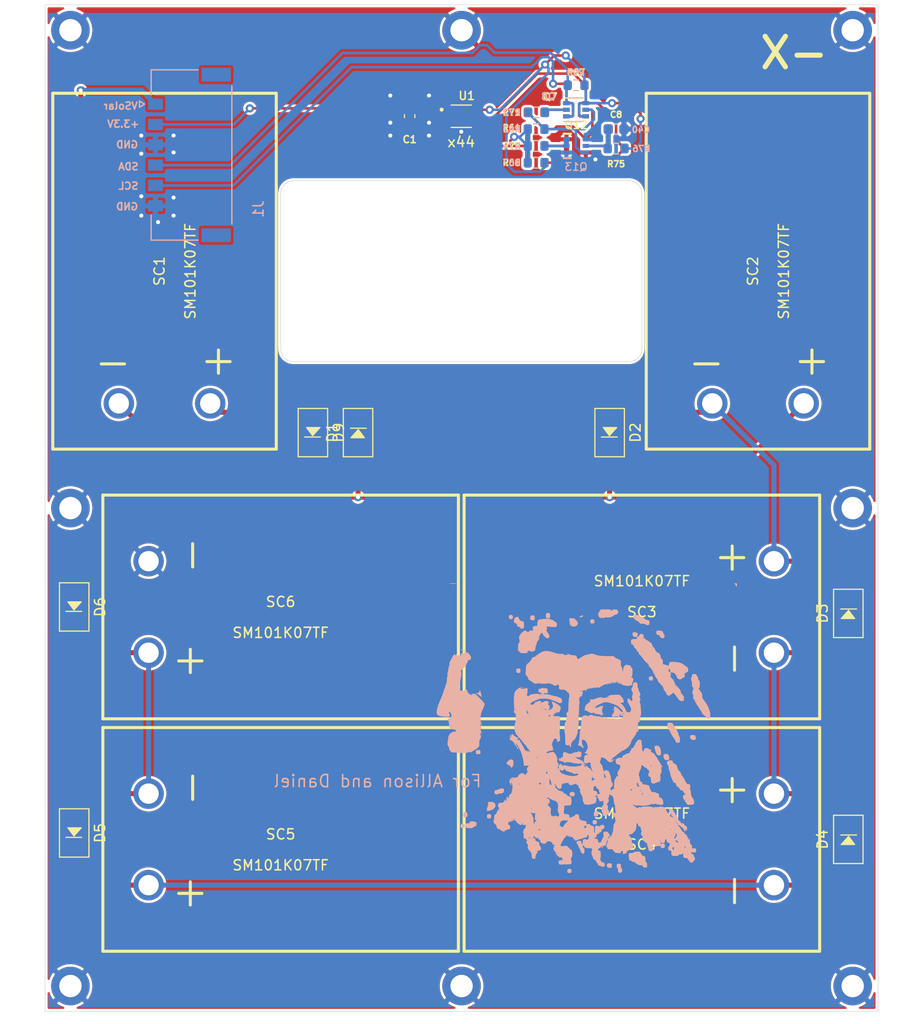
<source format=kicad_pcb>
(kicad_pcb (version 20211014) (generator pcbnew)
  (layers (0 "F.Cu" signal) (31 "B.Cu" signal) (34 "B.Paste" user) (35 "F.Paste" user) (36 "B.SilkS" user "B.Silkscreen") (37 "F.SilkS" user "F.Silkscreen") (38 "B.Mask" user) (39 "F.Mask" user) (44 "Edge.Cuts" user))
  (net 0 "")
  (net 1 "Net-(D1-Pad2)")
  (net 2 "Net-(D1-Pad1)")
  (net 3 "Net-(D2-Pad2)")
  (net 4 "Net-(D3-Pad2)")
  (net 5 "Net-(D4-Pad2)")
  (net 6 "Net-(D5-Pad2)")
  (net 7 "GND")
  (net 8 "+3V3")
  (net 9 "VSOLAR")
  (net 10 "SCL")
  (net 11 "SDA")
  (net 12 "Net-(C8-Pad1)")
  (net 13 "Net-(C40-Pad1)")
  (net 14 "SCL_SUN")
  (net 15 "Net-(Q7-Pad2)")
  (net 16 "Net-(Q12-Pad6)")
  (net 17 "SDA_SUN")
  (net 18 "Net-(Q8-Pad2)")
  (net 19 "Net-(Q13-Pad6)")
  (net 20 "Net-(Q12-Pad2)")
  (net 21 "Net-(Q13-Pad2)")
  (footprint "sputnik2U:DO-214AC" (layer "F.Cu") (at 140.97 85.725 -90)
    (fp_text reference "D1" (at 0 2.54 -90) (layer "F.SilkS"))
    (fp_text value "CDBA240LL-HF")
    (pad "1" smd rect locked (at -2 0 270) (size 2.5 1.7) (layers "F.Cu" "F.Paste" "F.Mask") (net 2 "Net-(D1-Pad1)"))
    (pad "2" smd rect locked (at 2 0 270) (size 2.5 1.7) (layers "F.Cu" "F.Paste" "F.Mask") (net 1 "Net-(D1-Pad2)"))
  )
  (footprint "sputnik2U:DO-214AC" (layer "F.Cu") (at 165.735 85.725 90)
    (fp_text reference "D2" (at 0 2.54 90) (layer "F.SilkS"))
    (fp_text value "CDBA240LL-HF")
    (pad "1" smd rect locked (at -2 0 90) (size 2.5 1.7) (layers "F.Cu" "F.Paste" "F.Mask") (net 1 "Net-(D1-Pad2)"))
    (pad "2" smd rect locked (at 2 0 90) (size 2.5 1.7) (layers "F.Cu" "F.Paste" "F.Mask") (net 3 "Net-(D2-Pad2)"))
  )
  (footprint "sputnik2U:DO-214AC" (layer "F.Cu") (at 189.23 103.505 -90)
    (fp_text reference "D3" (at 0 2.54 -90) (layer "F.SilkS"))
    (fp_text value "CDBA240LL-HF")
    (pad "1" smd rect locked (at -2 0 270) (size 2.5 1.7) (layers "F.Cu" "F.Paste" "F.Mask") (net 3 "Net-(D2-Pad2)"))
    (pad "2" smd rect locked (at 2 0 270) (size 2.5 1.7) (layers "F.Cu" "F.Paste" "F.Mask") (net 4 "Net-(D3-Pad2)"))
  )
  (footprint "sputnik2U:DO-214AC" (layer "F.Cu") (at 189.23 125.73 -90)
    (fp_text reference "D4" (at 0 2.54 -90) (layer "F.SilkS"))
    (fp_text value "CDBA240LL-HF")
    (pad "1" smd rect locked (at -2 0 270) (size 2.5 1.7) (layers "F.Cu" "F.Paste" "F.Mask") (net 4 "Net-(D3-Pad2)"))
    (pad "2" smd rect locked (at 2 0 270) (size 2.5 1.7) (layers "F.Cu" "F.Paste" "F.Mask") (net 5 "Net-(D4-Pad2)"))
  )
  (footprint "sputnik2U:DO-214AC" (layer "F.Cu") (at 113.03 125.095 90)
    (fp_text reference "D5" (at 0 2.54 90) (layer "F.SilkS"))
    (fp_text value "CDBA240LL-HF")
    (pad "1" smd rect locked (at -2 0 90) (size 2.5 1.7) (layers "F.Cu" "F.Paste" "F.Mask") (net 5 "Net-(D4-Pad2)"))
    (pad "2" smd rect locked (at 2 0 90) (size 2.5 1.7) (layers "F.Cu" "F.Paste" "F.Mask") (net 6 "Net-(D5-Pad2)"))
  )
  (footprint "sputnik2U:DO-214AC" (layer "F.Cu") (at 113.03 102.87 90)
    (fp_text reference "D6" (at 0 2.54 90) (layer "F.SilkS"))
    (fp_text value "CDBA240LL-HF")
    (pad "1" smd rect locked (at -2 0 90) (size 2.5 1.7) (layers "F.Cu" "F.Paste" "F.Mask") (net 6 "Net-(D5-Pad2)"))
    (pad "2" smd rect locked (at 2 0 90) (size 2.5 1.7) (layers "F.Cu" "F.Paste" "F.Mask") (net 7 "GND"))
  )
  (footprint "sputnik2U:DO-214AC" (layer "F.Cu") (at 136.525 85.725 90)
    (fp_text reference "D9" (at 0 2.54 90) (layer "F.SilkS"))
    (fp_text value "CDBA240LL-HF")
    (pad "1" smd rect locked (at -2 0 90) (size 2.5 1.7) (layers "F.Cu" "F.Paste" "F.Mask") (net 9 "VSOLAR"))
    (pad "2" smd rect locked (at 2 0 90) (size 2.5 1.7) (layers "F.Cu" "F.Paste" "F.Mask") (net 2 "Net-(D1-Pad1)"))
  )
  (footprint "sputnik2U:SM101K07TF" (layer "F.Cu") (at 121.92 69.85 -90)
    (fp_text reference "SC1" (at 0 0.5 -90) (layer "F.SilkS"))
    (fp_text value "SM101K07TF" (at 0 -2.54 -90) (layer "F.SilkS"))
    (fp_text user "-" (at 8.89 5.08) (layer "F.SilkS") (effects (font (size 3 3) (thickness 0.3))))
    (fp_text user "+" (at 8.89 -5.08 -90) (layer "F.SilkS") (effects (font (size 3 3) (thickness 0.3))))
    (pad "1" thru_hole circle locked (at 13 -4.5 270) (size 3 3) (drill 2) (layers *.Cu *.Mask) (net 2 "Net-(D1-Pad1)"))
    (pad "2" thru_hole circle locked (at 13 4.5 270) (size 3 3) (drill 2) (layers *.Cu *.Mask) (net 1 "Net-(D1-Pad2)"))
  )
  (footprint "sputnik2U:SM101K07TF" (layer "F.Cu") (at 180.34 69.85 -90)
    (fp_text reference "SC2" (at 0 0.5 -90) (layer "F.SilkS"))
    (fp_text value "SM101K07TF" (at 0 -2.54 -90) (layer "F.SilkS"))
    (fp_text user "-" (at 8.89 5.08) (layer "F.SilkS") (effects (font (size 3 3) (thickness 0.3))))
    (fp_text user "+" (at 8.89 -5.08 -90) (layer "F.SilkS") (effects (font (size 3 3) (thickness 0.3))))
    (pad "1" thru_hole circle locked (at 13 -4.5 270) (size 3 3) (drill 2) (layers *.Cu *.Mask) (net 1 "Net-(D1-Pad2)"))
    (pad "2" thru_hole circle locked (at 13 4.5 270) (size 3 3) (drill 2) (layers *.Cu *.Mask) (net 3 "Net-(D2-Pad2)"))
  )
  (footprint "sputnik2U:SM101K07TF" (layer "F.Cu") (at 168.91 102.87)
    (fp_text reference "SC3" (at 0 0.5) (layer "F.SilkS"))
    (fp_text value "SM101K07TF" (at 0 -2.54) (layer "F.SilkS"))
    (fp_text user "+" (at 8.89 -5.08) (layer "F.SilkS") (effects (font (size 3 3) (thickness 0.3))))
    (fp_text user "-" (at 8.89 5.08 90) (layer "F.SilkS") (effects (font (size 3 3) (thickness 0.3))))
    (pad "1" thru_hole circle locked (at 13 -4.5) (size 3 3) (drill 2) (layers *.Cu *.Mask) (net 3 "Net-(D2-Pad2)"))
    (pad "2" thru_hole circle locked (at 13 4.5) (size 3 3) (drill 2) (layers *.Cu *.Mask) (net 4 "Net-(D3-Pad2)"))
  )
  (footprint "sputnik2U:SM101K07TF" (layer "F.Cu") (at 168.91 125.73)
    (fp_text reference "SC4" (at 0 0.5) (layer "F.SilkS"))
    (fp_text value "SM101K07TF" (at 0 -2.54) (layer "F.SilkS"))
    (fp_text user "-" (at 8.89 5.08 90) (layer "F.SilkS") (effects (font (size 3 3) (thickness 0.3))))
    (fp_text user "+" (at 8.89 -5.08) (layer "F.SilkS") (effects (font (size 3 3) (thickness 0.3))))
    (pad "1" thru_hole circle locked (at 13 -4.5) (size 3 3) (drill 2) (layers *.Cu *.Mask) (net 4 "Net-(D3-Pad2)"))
    (pad "2" thru_hole circle locked (at 13 4.5) (size 3 3) (drill 2) (layers *.Cu *.Mask) (net 5 "Net-(D4-Pad2)"))
  )
  (footprint "sputnik2U:SM101K07TF" (layer "F.Cu") (at 133.35 125.73 180)
    (fp_text reference "SC5" (at 0 0.5 180) (layer "F.SilkS"))
    (fp_text value "SM101K07TF" (at 0 -2.54 180) (layer "F.SilkS"))
    (fp_text user "+" (at 8.89 -5.08 180) (layer "F.SilkS") (effects (font (size 3 3) (thickness 0.3))))
    (fp_text user "-" (at 8.89 5.08 270) (layer "F.SilkS") (effects (font (size 3 3) (thickness 0.3))))
    (pad "1" thru_hole circle locked (at 13 -4.5 180) (size 3 3) (drill 2) (layers *.Cu *.Mask) (net 5 "Net-(D4-Pad2)"))
    (pad "2" thru_hole circle locked (at 13 4.5 180) (size 3 3) (drill 2) (layers *.Cu *.Mask) (net 6 "Net-(D5-Pad2)"))
  )
  (footprint "sputnik2U:SM101K07TF" (layer "F.Cu") (at 133.35 102.87 180)
    (fp_text reference "SC6" (at 0 0.5 180) (layer "F.SilkS"))
    (fp_text value "SM101K07TF" (at 0 -2.54 180) (layer "F.SilkS"))
    (fp_text user "-" (at 8.89 5.08 270) (layer "F.SilkS") (effects (font (size 3 3) (thickness 0.3))))
    (fp_text user "+" (at 8.89 -5.08 180) (layer "F.SilkS") (effects (font (size 3 3) (thickness 0.3))))
    (pad "1" thru_hole circle locked (at 13 -4.5 180) (size 3 3) (drill 2) (layers *.Cu *.Mask) (net 6 "Net-(D5-Pad2)"))
    (pad "2" thru_hole circle locked (at 13 4.5 180) (size 3 3) (drill 2) (layers *.Cu *.Mask) (net 7 "GND"))
  )
  (footprint "Capacitor_SMD:C_0603_1608Metric" (layer "F.Cu") (at 146.05 54.61 -90)
    (fp_text reference "C1" (at 2.286 0 180) (layer "F.SilkS") (effects (font (size 0.7 0.7))))
    (fp_text value "100nF")
    (pad "1" smd roundrect locked (at -0.775 0 270) (size 0.9 0.95) (layers "F.Cu" "F.Paste" "F.Mask") (net 8 "+3V3"))
    (pad "2" smd roundrect locked (at 0.775 0 270) (size 0.9 0.95) (layers "F.Cu" "F.Paste" "F.Mask") (net 7 "GND"))
  )
  (footprint "sputnik2U:OPT3001" (layer "F.Cu") (at 151.13 54.61)
    (fp_text reference "U1" (at 0.54 -2.008) (layer "F.SilkS") (effects (font (size 0.8 0.8))))
    (fp_text value "OPT3001DNPT")
    (pad "1" smd rect locked (at -0.995 -0.65) (size 0.74 0.27) (layers "F.Cu" "F.Paste" "F.Mask") (net 8 "+3V3"))
    (pad "2" smd rect locked (at -0.995 0) (size 0.74 0.27) (layers "F.Cu" "F.Paste" "F.Mask") (net 7 "GND"))
    (pad "3" smd rect locked (at -0.995 0.65) (size 0.74 0.27) (layers "F.Cu" "F.Paste" "F.Mask") (net 7 "GND"))
    (pad "4" smd rect locked (at 0.995 0.65) (size 0.74 0.27) (layers "F.Cu" "F.Paste" "F.Mask") (net 14 "SCL_SUN"))
    (pad "5" smd rect locked (at 0.995 0) (size 0.74 0.27) (layers "F.Cu" "F.Paste" "F.Mask"))
    (pad "6" smd rect locked (at 0.995 -0.65) (size 0.74 0.27) (layers "F.Cu" "F.Paste" "F.Mask") (net 17 "SDA_SUN"))
    (pad "7" smd rect locked (at 0 0) (size 0.65 1.35) (layers "F.Cu" "F.Mask") (net 7 "GND"))
  )
  (footprint "MountingHole:MountingHole_2.2mm_M2_DIN965_Pad_TopBottom" (layer "F.Cu") (at 189.66 46.15)
    (fp_text reference "H1")
    (fp_text value "MountingHole_Pad")
    (pad "1" thru_hole circle locked (at 0 0) (size 2.6 2.6) (drill 2.2) (layers *.Cu *.Mask) (net 7 "GND"))
    (pad "1" connect circle locked (at 0 0) (size 3.8 3.8) (layers "F.Cu" "F.Mask") (net 7 "GND"))
    (pad "1" connect circle locked (at 0 0) (size 3.8 3.8) (layers "B.Cu" "B.Mask") (net 7 "GND"))
  )
  (footprint "MountingHole:MountingHole_2.2mm_M2_DIN965_Pad_TopBottom" (layer "F.Cu") (at 151.16 46.15)
    (fp_text reference "H2")
    (fp_text value "MountingHole_Pad")
    (pad "1" thru_hole circle locked (at 0 0) (size 2.6 2.6) (drill 2.2) (layers *.Cu *.Mask) (net 7 "GND"))
    (pad "1" connect circle locked (at 0 0) (size 3.8 3.8) (layers "B.Cu" "B.Mask") (net 7 "GND"))
    (pad "1" connect circle locked (at 0 0) (size 3.8 3.8) (layers "F.Cu" "F.Mask") (net 7 "GND"))
  )
  (footprint "MountingHole:MountingHole_2.2mm_M2_DIN965_Pad_TopBottom" (layer "F.Cu") (at 112.66 46.15)
    (fp_text reference "H3")
    (fp_text value "MountingHole_Pad")
    (pad "1" connect circle locked (at 0 0) (size 3.8 3.8) (layers "F.Cu" "F.Mask") (net 7 "GND"))
    (pad "1" connect circle locked (at 0 0) (size 3.8 3.8) (layers "B.Cu" "B.Mask") (net 7 "GND"))
    (pad "1" thru_hole circle locked (at 0 0) (size 2.6 2.6) (drill 2.2) (layers *.Cu *.Mask) (net 7 "GND"))
  )
  (footprint "MountingHole:MountingHole_2.2mm_M2_DIN965_Pad_TopBottom" (layer "F.Cu") (at 112.66 93.15)
    (fp_text reference "H4")
    (fp_text value "MountingHole_Pad")
    (pad "1" thru_hole circle locked (at 0 0) (size 2.6 2.6) (drill 2.2) (layers *.Cu *.Mask) (net 7 "GND"))
    (pad "1" connect circle locked (at 0 0) (size 3.8 3.8) (layers "B.Cu" "B.Mask") (net 7 "GND"))
    (pad "1" connect circle locked (at 0 0) (size 3.8 3.8) (layers "F.Cu" "F.Mask") (net 7 "GND"))
  )
  (footprint "MountingHole:MountingHole_2.2mm_M2_DIN965_Pad_TopBottom" (layer "F.Cu") (at 112.66 140.15)
    (fp_text reference "H5")
    (fp_text value "MountingHole_Pad")
    (pad "1" connect circle locked (at 0 0) (size 3.8 3.8) (layers "B.Cu" "B.Mask") (net 7 "GND"))
    (pad "1" thru_hole circle locked (at 0 0) (size 2.6 2.6) (drill 2.2) (layers *.Cu *.Mask) (net 7 "GND"))
    (pad "1" connect circle locked (at 0 0) (size 3.8 3.8) (layers "F.Cu" "F.Mask") (net 7 "GND"))
  )
  (footprint "MountingHole:MountingHole_2.2mm_M2_DIN965_Pad_TopBottom" (layer "F.Cu") (at 151.16 140.15)
    (fp_text reference "H6")
    (fp_text value "MountingHole_Pad")
    (pad "1" connect circle locked (at 0 0) (size 3.8 3.8) (layers "F.Cu" "F.Mask") (net 7 "GND"))
    (pad "1" connect circle locked (at 0 0) (size 3.8 3.8) (layers "B.Cu" "B.Mask") (net 7 "GND"))
    (pad "1" thru_hole circle locked (at 0 0) (size 2.6 2.6) (drill 2.2) (layers *.Cu *.Mask) (net 7 "GND"))
  )
  (footprint "MountingHole:MountingHole_2.2mm_M2_DIN965_Pad_TopBottom" (layer "F.Cu") (at 189.66 140.15)
    (fp_text reference "H7")
    (fp_text value "MountingHole_Pad")
    (pad "1" thru_hole circle locked (at 0 0) (size 2.6 2.6) (drill 2.2) (layers *.Cu *.Mask) (net 7 "GND"))
    (pad "1" connect circle locked (at 0 0) (size 3.8 3.8) (layers "F.Cu" "F.Mask") (net 7 "GND"))
    (pad "1" connect circle locked (at 0 0) (size 3.8 3.8) (layers "B.Cu" "B.Mask") (net 7 "GND"))
  )
  (footprint "MountingHole:MountingHole_2.2mm_M2_DIN965_Pad_TopBottom" (layer "F.Cu") (at 189.66 93.15)
    (fp_text reference "H8")
    (fp_text value "MountingHole_Pad")
    (pad "1" connect circle locked (at 0 0) (size 3.8 3.8) (layers "B.Cu" "B.Mask") (net 7 "GND"))
    (pad "1" connect circle locked (at 0 0) (size 3.8 3.8) (layers "F.Cu" "F.Mask") (net 7 "GND"))
    (pad "1" thru_hole circle locked (at 0 0) (size 2.6 2.6) (drill 2.2) (layers *.Cu *.Mask) (net 7 "GND"))
  )
  (footprint "Capacitor_SMD:C_0603_1608Metric" (layer "F.Cu") (at 166.37 55.88)
    (fp_text reference "C8" (at 0 -1.43) (layer "F.SilkS") (effects (font (size 0.6 0.6))))
    (fp_text value "10nF")
    (pad "1" smd roundrect locked (at -0.775 0) (size 0.9 0.95) (layers "F.Cu" "F.Paste" "F.Mask") (net 12 "Net-(C8-Pad1)"))
    (pad "2" smd roundrect locked (at 0.775 0) (size 0.9 0.95) (layers "F.Cu" "F.Paste" "F.Mask") (net 7 "GND"))
  )
  (footprint "Package_TO_SOT_SMD:SOT-363_SC-70-6" (layer "F.Cu") (at 162.433 53.975)
    (fp_text reference "Q7" (at -2.54 -1.27) (layer "F.SilkS") (effects (font (size 0.7 0.7))))
    (fp_text value "MBT2222ADW1T1")
    (pad "1" smd rect locked (at -0.95 -0.65) (size 0.65 0.4) (layers "F.Cu" "F.Paste" "F.Mask") (net 10 "SCL"))
    (pad "2" smd rect locked (at -0.95 0) (size 0.65 0.4) (layers "F.Cu" "F.Paste" "F.Mask") (net 15 "Net-(Q7-Pad2)"))
    (pad "3" smd rect locked (at -0.95 0.65) (size 0.65 0.4) (layers "F.Cu" "F.Paste" "F.Mask") (net 10 "SCL"))
    (pad "4" smd rect locked (at 0.95 0.65) (size 0.65 0.4) (layers "F.Cu" "F.Paste" "F.Mask") (net 14 "SCL_SUN"))
    (pad "5" smd rect locked (at 0.95 0) (size 0.65 0.4) (layers "F.Cu" "F.Paste" "F.Mask") (net 16 "Net-(Q12-Pad6)"))
    (pad "6" smd rect locked (at 0.95 -0.65) (size 0.65 0.4) (layers "F.Cu" "F.Paste" "F.Mask") (net 14 "SCL_SUN"))
  )
  (footprint "sputnik2U:BSS138DWQ-7" (layer "F.Cu") (at 162.433 57.531)
    (fp_text reference "Q12" (at 0 -2.06) (layer "F.SilkS") (effects (font (size 0.762 0.762) (thickness 0.127))))
    (fp_text value "BSS138DWQ-7" hide)
    (pad "1" smd rect locked (at -0.95 -0.65 90) (size 0.4 0.6) (layers "F.Cu" "F.Paste" "F.Mask") (net 7 "GND"))
    (pad "2" smd rect locked (at -0.95 0 90) (size 0.4 0.6) (layers "F.Cu" "F.Paste" "F.Mask") (net 20 "Net-(Q12-Pad2)"))
    (pad "3" smd rect locked (at -0.95 0.65 90) (size 0.4 0.6) (layers "F.Cu" "F.Paste" "F.Mask") (net 20 "Net-(Q12-Pad2)"))
    (pad "4" smd rect locked (at 0.95 0.65 90) (size 0.4 0.6) (layers "F.Cu" "F.Paste" "F.Mask") (net 7 "GND"))
    (pad "5" smd rect locked (at 0.95 0 90) (size 0.4 0.6) (layers "F.Cu" "F.Paste" "F.Mask") (net 12 "Net-(C8-Pad1)"))
    (pad "6" smd rect locked (at 0.95 -0.65 90) (size 0.4 0.6) (layers "F.Cu" "F.Paste" "F.Mask") (net 16 "Net-(Q12-Pad6)"))
  )
  (footprint "Resistor_SMD:R_0603_1608Metric" (layer "F.Cu") (at 158.496 55.88)
    (fp_text reference "R61" (at -2.413 -0.127) (layer "F.SilkS") (effects (font (size 0.6 0.6))))
    (fp_text value "10K")
    (pad "1" smd roundrect locked (at -0.825 0) (size 0.8 0.95) (layers "F.Cu" "F.Paste" "F.Mask") (net 8 "+3V3"))
    (pad "2" smd roundrect locked (at 0.825 0) (size 0.8 0.95) (layers "F.Cu" "F.Paste" "F.Mask") (net 16 "Net-(Q12-Pad6)"))
  )
  (footprint "Resistor_SMD:R_0603_1608Metric" (layer "F.Cu") (at 158.496 59.182)
    (fp_text reference "R66" (at -2.413 0) (layer "F.SilkS") (effects (font (size 0.6 0.6))))
    (fp_text value "10K")
    (pad "1" smd roundrect locked (at -0.825 0) (size 0.8 0.95) (layers "F.Cu" "F.Paste" "F.Mask") (net 8 "+3V3"))
    (pad "2" smd roundrect locked (at 0.825 0) (size 0.8 0.95) (layers "F.Cu" "F.Paste" "F.Mask") (net 14 "SCL_SUN"))
  )
  (footprint "Resistor_SMD:R_0603_1608Metric" (layer "F.Cu") (at 158.496 54.229 180)
    (fp_text reference "R71" (at 2.413 0) (layer "F.SilkS") (effects (font (size 0.6 0.6))))
    (fp_text value "680")
    (pad "1" smd roundrect locked (at -0.825 0 180) (size 0.8 0.95) (layers "F.Cu" "F.Paste" "F.Mask") (net 15 "Net-(Q7-Pad2)"))
    (pad "2" smd roundrect locked (at 0.825 0 180) (size 0.8 0.95) (layers "F.Cu" "F.Paste" "F.Mask") (net 16 "Net-(Q12-Pad6)"))
  )
  (footprint "Resistor_SMD:R_0603_1608Metric" (layer "F.Cu") (at 158.496 57.531)
    (fp_text reference "R73" (at -2.413 0) (layer "F.SilkS") (effects (font (size 0.6 0.6))))
    (fp_text value "100K")
    (pad "1" smd roundrect locked (at -0.825 0) (size 0.8 0.95) (layers "F.Cu" "F.Paste" "F.Mask") (net 8 "+3V3"))
    (pad "2" smd roundrect locked (at 0.825 0) (size 0.8 0.95) (layers "F.Cu" "F.Paste" "F.Mask") (net 20 "Net-(Q12-Pad2)"))
  )
  (footprint "Resistor_SMD:R_0603_1608Metric" (layer "F.Cu") (at 166.37 57.785 180)
    (fp_text reference "R75" (at 0 -1.524) (layer "F.SilkS") (effects (font (size 0.6 0.6))))
    (fp_text value "200K")
    (pad "1" smd roundrect locked (at -0.825 0 180) (size 0.8 0.95) (layers "F.Cu" "F.Paste" "F.Mask") (net 14 "SCL_SUN"))
    (pad "2" smd roundrect locked (at 0.825 0 180) (size 0.8 0.95) (layers "F.Cu" "F.Paste" "F.Mask") (net 12 "Net-(C8-Pad1)"))
  )
  (footprint "Resistor_SMD:R_0603_1608Metric" (layer "F.Cu") (at 162.433 51.562 180)
    (fp_text reference "R97" (at 0 1.27) (layer "F.SilkS") (effects (font (size 0.6 0.6))))
    (fp_text value "0")
    (pad "1" smd roundrect locked (at -0.825 0 180) (size 0.8 0.95) (layers "F.Cu" "F.Paste" "F.Mask") (net 14 "SCL_SUN"))
    (pad "2" smd roundrect locked (at 0.825 0 180) (size 0.8 0.95) (layers "F.Cu" "F.Paste" "F.Mask") (net 10 "SCL"))
  )
  (footprint "sputnik2U:MOLEX_2053380006" (layer "B.Cu") (at 124.575 58.42 90)
    (fp_text reference "J1" (at -5.325 6.585 270) (layer "B.SilkS") (effects (justify mirror)))
    (fp_text value "Conn_01x06")
    (pad "1" smd rect locked (at 5 -3.55 90) (size 1.1 1.45) (layers "B.Cu" "B.Paste") (net 9 "VSOLAR"))
    (pad "2" smd rect locked (at 3 -3.55 90) (size 1.1 1.45) (layers "B.Cu" "B.Paste") (net 8 "+3V3"))
    (pad "3" smd rect locked (at 1 -3.55 90) (size 1.1 1.45) (layers "B.Cu" "B.Paste") (net 7 "GND"))
    (pad "4" smd rect locked (at -1 -3.55 90) (size 1.1 1.45) (layers "B.Cu" "B.Paste") (net 11 "SDA"))
    (pad "5" smd rect locked (at -3 -3.55 90) (size 1.1 1.45) (layers "B.Cu" "B.Paste") (net 10 "SCL"))
    (pad "6" smd rect locked (at -5 -3.55 90) (size 1.1 1.45) (layers "B.Cu" "B.Paste") (net 7 "GND"))
    (pad "S1" smd rect locked (at 7.895 2.425 90) (size 1.35 2.9) (layers "B.Cu" "B.Paste"))
    (pad "S2" smd rect locked (at -7.895 2.425 90) (size 1.35 2.9) (layers "B.Cu" "B.Paste"))
  )
  (footprint "Capacitor_SMD:C_0603_1608Metric" (layer "B.Cu") (at 166.37 55.88)
    (fp_text reference "C40" (at 2.4384 0.0508) (layer "B.SilkS") (effects (font (size 0.6 0.6)) (justify mirror)))
    (fp_text value "10nF")
    (pad "1" smd roundrect locked (at -0.775 0) (size 0.9 0.95) (layers "B.Cu" "B.Paste" "B.Mask") (net 13 "Net-(C40-Pad1)"))
    (pad "2" smd roundrect locked (at 0.775 0) (size 0.9 0.95) (layers "B.Cu" "B.Paste" "B.Mask") (net 7 "GND"))
  )
  (footprint "Package_TO_SOT_SMD:SOT-363_SC-70-6" (layer "B.Cu") (at 162.433 53.975)
    (fp_text reference "Q8" (at -2.7178 -1.2954) (layer "B.SilkS") (effects (font (size 0.7 0.7)) (justify mirror)))
    (fp_text value "MBT2222ADW1T1")
    (pad "1" smd rect locked (at -0.95 0.65) (size 0.65 0.4) (layers "B.Cu" "B.Paste" "B.Mask") (net 11 "SDA"))
    (pad "2" smd rect locked (at -0.95 0) (size 0.65 0.4) (layers "B.Cu" "B.Paste" "B.Mask") (net 18 "Net-(Q8-Pad2)"))
    (pad "3" smd rect locked (at -0.95 -0.65) (size 0.65 0.4) (layers "B.Cu" "B.Paste" "B.Mask") (net 11 "SDA"))
    (pad "4" smd rect locked (at 0.95 -0.65) (size 0.65 0.4) (layers "B.Cu" "B.Paste" "B.Mask") (net 17 "SDA_SUN"))
    (pad "5" smd rect locked (at 0.95 0) (size 0.65 0.4) (layers "B.Cu" "B.Paste" "B.Mask") (net 19 "Net-(Q13-Pad6)"))
    (pad "6" smd rect locked (at 0.95 0.65) (size 0.65 0.4) (layers "B.Cu" "B.Paste" "B.Mask") (net 17 "SDA_SUN"))
  )
  (footprint "sputnik2U:BSS138DWQ-7" (layer "B.Cu") (at 162.433 57.531)
    (fp_text reference "Q13" (at 0 2.06 180) (layer "B.SilkS") (effects (font (size 0.762 0.762) (thickness 0.127)) (justify mirror)))
    (fp_text value "BSS138DWQ-7" hide)
    (pad "1" smd rect locked (at -0.95 0.65 270) (size 0.4 0.6) (layers "B.Cu" "B.Paste" "B.Mask") (net 7 "GND"))
    (pad "2" smd rect locked (at -0.95 0 270) (size 0.4 0.6) (layers "B.Cu" "B.Paste" "B.Mask") (net 21 "Net-(Q13-Pad2)"))
    (pad "3" smd rect locked (at -0.95 -0.65 270) (size 0.4 0.6) (layers "B.Cu" "B.Paste" "B.Mask") (net 21 "Net-(Q13-Pad2)"))
    (pad "4" smd rect locked (at 0.95 -0.65 270) (size 0.4 0.6) (layers "B.Cu" "B.Paste" "B.Mask") (net 7 "GND"))
    (pad "5" smd rect locked (at 0.95 0 270) (size 0.4 0.6) (layers "B.Cu" "B.Paste" "B.Mask") (net 13 "Net-(C40-Pad1)"))
    (pad "6" smd rect locked (at 0.95 0.65 270) (size 0.4 0.6) (layers "B.Cu" "B.Paste" "B.Mask") (net 19 "Net-(Q13-Pad6)"))
  )
  (footprint "Resistor_SMD:R_0603_1608Metric" (layer "B.Cu") (at 158.496 55.88)
    (fp_text reference "R62" (at -2.3876 0) (layer "B.SilkS") (effects (font (size 0.6 0.6)) (justify mirror)))
    (fp_text value "10K")
    (pad "1" smd roundrect locked (at -0.825 0) (size 0.8 0.95) (layers "B.Cu" "B.Paste" "B.Mask") (net 8 "+3V3"))
    (pad "2" smd roundrect locked (at 0.825 0) (size 0.8 0.95) (layers "B.Cu" "B.Paste" "B.Mask") (net 19 "Net-(Q13-Pad6)"))
  )
  (footprint "Resistor_SMD:R_0603_1608Metric" (layer "B.Cu") (at 158.496 59.182)
    (fp_text reference "R67" (at -2.3876 0) (layer "B.SilkS") (effects (font (size 0.6 0.6)) (justify mirror)))
    (fp_text value "10K")
    (pad "1" smd roundrect locked (at -0.825 0) (size 0.8 0.95) (layers "B.Cu" "B.Paste" "B.Mask") (net 8 "+3V3"))
    (pad "2" smd roundrect locked (at 0.825 0) (size 0.8 0.95) (layers "B.Cu" "B.Paste" "B.Mask") (net 17 "SDA_SUN"))
  )
  (footprint "Resistor_SMD:R_0603_1608Metric" (layer "B.Cu") (at 158.559 54.229 180)
    (fp_text reference "R72" (at 2.4506 -0.0254) (layer "B.SilkS") (effects (font (size 0.6 0.6)) (justify mirror)))
    (fp_text value "680")
    (pad "1" smd roundrect locked (at -0.825 0 180) (size 0.8 0.95) (layers "B.Cu" "B.Paste" "B.Mask") (net 18 "Net-(Q8-Pad2)"))
    (pad "2" smd roundrect locked (at 0.825 0 180) (size 0.8 0.95) (layers "B.Cu" "B.Paste" "B.Mask") (net 19 "Net-(Q13-Pad6)"))
  )
  (footprint "Resistor_SMD:R_0603_1608Metric" (layer "B.Cu") (at 158.496 57.531)
    (fp_text reference "R74" (at -2.3876 0.0762) (layer "B.SilkS") (effects (font (size 0.6 0.6)) (justify mirror)))
    (fp_text value "100K")
    (pad "1" smd roundrect locked (at -0.825 0) (size 0.8 0.95) (layers "B.Cu" "B.Paste" "B.Mask") (net 8 "+3V3"))
    (pad "2" smd roundrect locked (at 0.825 0) (size 0.8 0.95) (layers "B.Cu" "B.Paste" "B.Mask") (net 21 "Net-(Q13-Pad2)"))
  )
  (footprint "Resistor_SMD:R_0603_1608Metric" (layer "B.Cu") (at 166.37 57.785 180)
    (fp_text reference "R76" (at -2.4892 -0.0254) (layer "B.SilkS") (effects (font (size 0.6 0.6)) (justify mirror)))
    (fp_text value "200K")
    (pad "1" smd roundrect locked (at -0.825 0 180) (size 0.8 0.95) (layers "B.Cu" "B.Paste" "B.Mask") (net 17 "SDA_SUN"))
    (pad "2" smd roundrect locked (at 0.825 0 180) (size 0.8 0.95) (layers "B.Cu" "B.Paste" "B.Mask") (net 13 "Net-(C40-Pad1)"))
  )
  (footprint "Resistor_SMD:R_0603_1608Metric" (layer "B.Cu") (at 162.433 51.562 180)
    (fp_text reference "R98" (at 0.0254 1.2192) (layer "B.SilkS") (effects (font (size 0.6 0.6)) (justify mirror)))
    (fp_text value "0")
    (pad "1" smd roundrect locked (at -0.825 0 180) (size 0.8 0.95) (layers "B.Cu" "B.Paste" "B.Mask") (net 17 "SDA_SUN"))
    (pad "2" smd roundrect locked (at 0.825 0 180) (size 0.8 0.95) (layers "B.Cu" "B.Paste" "B.Mask") (net 11 "SDA"))
  )
  (footprint "LOGO" (layer "B.Cu") (at 153.26265 117.127423 180)
    (fp_text reference "G***" hide)
    (fp_text value "LOGO" hide)
  )
  (gr_line (start 192.16 43.65) (end 110.16 43.65) (layer "Edge.Cuts") (width 0.05))
  (gr_line (start 133.35 77.47) (end 133.35 62.23) (layer "Edge.Cuts") (width 0.05))
  (gr_arc (start 167.64 60.96) (mid 168.538026 61.331974) (end 168.91 62.23) (layer "Edge.Cuts") (width 0.05))
  (gr_line (start 167.64 78.74) (end 134.62 78.74) (layer "Edge.Cuts") (width 0.05))
  (gr_arc (start 168.91 77.47) (mid 168.538026 78.368026) (end 167.64 78.74) (layer "Edge.Cuts") (width 0.05))
  (gr_line (start 168.91 62.23) (end 168.91 77.47) (layer "Edge.Cuts") (width 0.05))
  (gr_line (start 134.62 60.96) (end 167.64 60.96) (layer "Edge.Cuts") (width 0.05))
  (gr_line (start 192.16 43.65) (end 192.16 142.65) (layer "Edge.Cuts") (width 0.05))
  (gr_arc (start 134.62 78.74) (mid 133.721974 78.368026) (end 133.35 77.47) (layer "Edge.Cuts") (width 0.05))
  (gr_line (start 110.16 43.65) (end 110.16 142.65) (layer "Edge.Cuts") (width 0.05))
  (gr_arc (start 133.35 62.23) (mid 133.721974 61.331974) (end 134.62 60.96) (layer "Edge.Cuts") (width 0.05))
  (gr_line (start 110.16 142.65) (end 192.16 142.65) (layer "Edge.Cuts") (width 0.05))
  (gr_text "GND" (at 118.237 57.404) (layer "B.SilkS") (effects (font (size 0.7 0.7)) (justify mirror)))
  (gr_text "SDA" (at 118.364 59.563) (layer "B.SilkS") (effects (font (size 0.7 0.7)) (justify mirror)))
  (gr_text "For Allison and Daniel" (at 142.88 120) (layer "B.SilkS") (effects (font (size 1.2 1.2)) (justify mirror)))
  (gr_text "VSolar" (at 117.602 53.594) (layer "B.SilkS") (effects (font (size 0.7 0.7)) (justify mirror)))
  (gr_text "SCL" (at 118.364 61.468) (layer "B.SilkS") (effects (font (size 0.7 0.7)) (justify mirror)))
  (gr_text "+3.3V" (at 117.856 55.372) (layer "B.SilkS") (effects (font (size 0.7 0.7)) (justify mirror)))
  (gr_text "GND" (at 118.237 63.5) (layer "B.SilkS") (effects (font (size 0.7 0.7)) (justify mirror)))
  (gr_text "x44" (at 151.13 57.15) (layer "F.SilkS") (effects (font (size 1 1))))
  (gr_text "X-" (at 183.896 48.387) (layer "F.SilkS") (effects (font (size 3 3) (thickness 0.5))))
  (segment (start 140.97 92.075) (end 140.97 92.075) (width 0.5) (layer "F.Cu") (net 1))
  (segment (start 175.755 91.935) (end 184.84 82.85) (width 0.5) (layer "F.Cu") (net 1))
  (segment (start 165.735 92.075) (end 165.735 92.075) (width 0.5) (layer "F.Cu") (net 1))
  (segment (start 140.97 92.075) (end 165.735 92.075) (width 0.5) (layer "F.Cu") (net 1))
  (segment (start 175.615 92.075) (end 175.755 91.935) (width 0.5) (layer "F.Cu") (net 1))
  (segment (start 117.42 82.85) (end 126.645 92.075) (width 0.5) (layer "F.Cu") (net 1))
  (segment (start 165.735 87.725) (end 165.735 92.075) (width 0.5) (layer "F.Cu") (net 1))
  (segment (start 140.97 87.725) (end 140.97 92.075) (width 0.5) (layer "F.Cu") (net 1))
  (segment (start 126.645 92.075) (end 140.97 92.075) (width 0.5) (layer "F.Cu") (net 1))
  (segment (start 165.735 92.075) (end 175.615 92.075) (width 0.5) (layer "F.Cu") (net 1))
  (via (at 165.735 92.075) (size 0.8) (drill 0.4) (layers "F.Cu" "B.Cu") (net 1))
  (via (at 140.97 92.075) (size 0.8) (drill 0.4) (layers "F.Cu" "B.Cu") (net 1))
  (segment (start 136.525 83.725) (end 127.295 83.725) (width 0.5) (layer "F.Cu") (net 2))
  (segment (start 127.295 83.725) (end 126.42 82.85) (width 0.5) (layer "F.Cu") (net 2))
  (segment (start 140.97 83.725) (end 136.525 83.725) (width 0.5) (layer "F.Cu") (net 2))
  (segment (start 174.965 83.725) (end 175.84 82.85) (width 0.5) (layer "F.Cu") (net 3))
  (segment (start 165.735 83.725) (end 174.965 83.725) (width 0.5) (layer "F.Cu") (net 3))
  (segment (start 186.095 98.37) (end 189.23 101.505) (width 0.5) (layer "F.Cu") (net 3))
  (segment (start 181.91 98.37) (end 186.095 98.37) (width 0.5) (layer "F.Cu") (net 3))
  (segment (start 181.91 98.37) (end 181.91 88.92) (width 0.5) (layer "B.Cu") (net 3))
  (segment (start 181.91 88.92) (end 175.84 82.85) (width 0.5) (layer "B.Cu") (net 3))
  (segment (start 187.365 107.37) (end 189.23 105.505) (width 0.5) (layer "F.Cu") (net 4))
  (segment (start 186.73 121.23) (end 189.23 123.73) (width 0.5) (layer "F.Cu") (net 4))
  (segment (start 181.91 107.37) (end 187.365 107.37) (width 0.5) (layer "F.Cu") (net 4))
  (segment (start 181.91 121.23) (end 186.73 121.23) (width 0.5) (layer "F.Cu") (net 4))
  (segment (start 181.91 121.23) (end 181.91 107.37) (width 0.5) (layer "B.Cu") (net 4))
  (segment (start 116.165 130.23) (end 113.03 127.095) (width 0.5) (layer "F.Cu") (net 5))
  (segment (start 120.35 130.23) (end 116.165 130.23) (width 0.5) (layer "F.Cu") (net 5))
  (segment (start 186.73 130.23) (end 189.23 127.73) (width 0.5) (layer "F.Cu") (net 5))
  (segment (start 181.91 130.23) (end 186.73 130.23) (width 0.5) (layer "F.Cu") (net 5))
  (segment (start 120.35 130.23) (end 181.91 130.23) (width 0.5) (layer "B.Cu") (net 5))
  (segment (start 120.35 121.23) (end 114.895 121.23) (width 0.5) (layer "F.Cu") (net 6))
  (segment (start 114.895 121.23) (end 113.03 123.095) (width 0.5) (layer "F.Cu") (net 6))
  (segment (start 115.53 107.37) (end 113.03 104.87) (width 0.5) (layer "F.Cu") (net 6))
  (segment (start 120.35 107.37) (end 115.53 107.37) (width 0.5) (layer "F.Cu") (net 6))
  (segment (start 120.35 121.23) (end 120.35 107.37) (width 0.5) (layer "B.Cu") (net 6))
  (segment (start 150.135 54.61) (end 150.135 55.26) (width 0.25) (layer "F.Cu") (net 7))
  (via (at 147.955 55.245) (size 0.8) (drill 0.4) (layers "F.Cu" "B.Cu") (net 7))
  (via (at 144.145 52.578) (size 0.8) (drill 0.4) (layers "F.Cu" "B.Cu") (net 7))
  (via (at 119.634 64.389) (size 0.8) (drill 0.4) (layers "F.Cu" "B.Cu") (net 7))
  (via (at 147.955 56.515) (size 0.8) (drill 0.4) (layers "F.Cu" "B.Cu") (net 7))
  (via (at 144.145 56.515) (size 0.8) (drill 0.4) (layers "F.Cu" "B.Cu") (net 7))
  (via (at 164.338 58.8645) (size 0.8) (drill 0.4) (layers "F.Cu" "B.Cu") (net 7))
  (via (at 147.955 52.578) (size 0.8) (drill 0.4) (layers "F.Cu" "B.Cu") (net 7))
  (via (at 151.13 56.134) (size 0.8) (drill 0.4) (layers "F.Cu" "B.Cu") (net 7))
  (via (at 122.809 64.389) (size 0.8) (drill 0.4) (layers "F.Cu" "B.Cu") (net 7))
  (via (at 122.809 56.515) (size 0.8) (drill 0.4) (layers "F.Cu" "B.Cu") (net 7))
  (via (at 121.285 65.024) (size 0.8) (drill 0.4) (layers "F.Cu" "B.Cu") (net 7))
  (via (at 122.809 62.611) (size 0.8) (drill 0.4) (layers "F.Cu" "B.Cu") (net 7))
  (via (at 122.809 58.166) (size 0.8) (drill 0.4) (layers "F.Cu" "B.Cu") (net 7))
  (via (at 119.634 56.515) (size 0.8) (drill 0.4) (layers "F.Cu" "B.Cu") (net 7))
  (via (at 119.634 58.293) (size 0.8) (drill 0.4) (layers "F.Cu" "B.Cu") (net 7))
  (via (at 119.634 62.484) (size 0.8) (drill 0.4) (layers "F.Cu" "B.Cu") (net 7))
  (via (at 144.145 55.245) (size 0.8) (drill 0.4) (layers "F.Cu" "B.Cu") (net 7))
  (segment (start 130.315 53.835) (end 130.315 53.835) (width 0.25) (layer "F.Cu") (net 8))
  (segment (start 156.337 56.642) (end 156.337 56.642) (width 0.25) (layer "F.Cu") (net 8))
  (segment (start 157.671 57.531) (end 157.671 55.88) (width 0.5) (layer "F.Cu") (net 8))
  (segment (start 146.175 53.96) (end 146.05 53.835) (width 0.25) (layer "F.Cu") (net 8))
  (segment (start 155.956 57.023) (end 156.21 56.769) (width 0.25) (layer "F.Cu") (net 8))
  (segment (start 157.671 59.182) (end 157.671 57.531) (width 0.5) (layer "F.Cu") (net 8))
  (segment (start 155.956 57.531) (end 155.956 57.023) (width 0.25) (layer "F.Cu") (net 8))
  (segment (start 148.680001 54.827001) (end 148.680001 55.970001) (width 0.25) (layer "F.Cu") (net 8))
  (segment (start 156.21 56.769) (end 156.337 56.642) (width 0.25) (layer "F.Cu") (net 8))
  (segment (start 147.843 53.96) (end 147.335 53.96) (width 0.25) (layer "F.Cu") (net 8))
  (segment (start 150.241 57.531) (end 155.956 57.531) (width 0.25) (layer "F.Cu") (net 8))
  (segment (start 148.680001 55.970001) (end 150.241 57.531) (width 0.25) (layer "F.Cu") (net 8))
  (segment (start 147.335 53.96) (end 148.067 53.96) (width 0.25) (layer "F.Cu") (net 8))
  (segment (start 155.956 57.531) (end 157.671 57.531) (width 0.25) (layer "F.Cu") (net 8))
  (segment (start 146.05 53.835) (end 130.315 53.835) (width 0.25) (layer "F.Cu") (net 8))
  (segment (start 147.335 53.96) (end 146.175 53.96) (width 0.25) (layer "F.Cu") (net 8))
  (segment (start 147.843 53.99) (end 148.680001 54.827001) (width 0.25) (layer "F.Cu") (net 8))
  (segment (start 150.135 53.96) (end 147.843 53.96) (width 0.25) (layer "F.Cu") (net 8))
  (segment (start 147.843 53.96) (end 147.843 53.99) (width 0.25) (layer "F.Cu") (net 8))
  (via (at 156.337 56.642) (size 0.8) (drill 0.4) (layers "F.Cu" "B.Cu") (net 8))
  (via (at 130.315 53.835) (size 0.8) (drill 0.4) (layers "F.Cu" "B.Cu") (net 8))
  (segment (start 121.025 55.42) (end 128.73 55.42) (width 0.25) (layer "B.Cu") (net 8))
  (segment (start 156.337 56.642) (end 156.782 56.642) (width 0.25) (layer "B.Cu") (net 8))
  (segment (start 156.782 56.642) (end 157.671 57.531) (width 0.25) (layer "B.Cu") (net 8))
  (segment (start 156.337 56.642) (end 156.909 56.642) (width 0.25) (layer "B.Cu") (net 8))
  (segment (start 130.225 53.925) (end 130.315 53.835) (width 0.25) (layer "B.Cu") (net 8))
  (segment (start 128.73 55.42) (end 130.315 53.835) (width 0.25) (layer "B.Cu") (net 8))
  (segment (start 157.671 57.531) (end 157.671 59.182) (width 0.5) (layer "B.Cu") (net 8))
  (segment (start 157.671 55.88) (end 157.671 57.531) (width 0.5) (layer "B.Cu") (net 8))
  (segment (start 156.909 56.642) (end 157.671 55.88) (width 0.25) (layer "B.Cu") (net 8))
  (segment (start 113.665 52.07) (end 113.665 52.07) (width 0.5) (layer "F.Cu") (net 9))
  (segment (start 136.525 87.725) (end 127.095 87.725) (width 0.5) (layer "F.Cu") (net 9))
  (segment (start 113.665 74.295) (end 113.665 52.07) (width 0.5) (layer "F.Cu") (net 9))
  (segment (start 127.095 87.725) (end 113.665 74.295) (width 0.5) (layer "F.Cu") (net 9))
  (via (at 113.665 52.07) (size 0.8) (drill 0.4) (layers "F.Cu" "B.Cu") (net 9))
  (segment (start 113.81 51.925) (end 113.665 52.07) (width 0.5) (layer "B.Cu") (net 9))
  (segment (start 113.665 52.07) (end 119.675 52.07) (width 0.5) (layer "B.Cu") (net 9))
  (segment (start 119.675 52.07) (end 121.025 53.42) (width 0.5) (layer "B.Cu") (net 9))
  (segment (start 161.483 53.325) (end 162.058 53.325) (width 0.25) (layer "F.Cu") (net 10))
  (segment (start 162.058 53.325) (end 162.133001 53.400001) (width 0.25) (layer "F.Cu") (net 10))
  (segment (start 162.133001 53.400001) (end 162.133001 54.549999) (width 0.25) (layer "F.Cu") (net 10))
  (segment (start 162.133001 54.549999) (end 162.058 54.625) (width 0.25) (layer "F.Cu") (net 10))
  (segment (start 161.483 53.325) (end 161.483 51.687) (width 0.25) (layer "F.Cu") (net 10))
  (segment (start 162.058 54.625) (end 161.483 54.625) (width 0.25) (layer "F.Cu") (net 10))
  (segment (start 161.46279 51.41679) (end 161.608 51.562) (width 0.25) (layer "F.Cu") (net 10))
  (segment (start 161.483 51.687) (end 161.608 51.562) (width 0.25) (layer "F.Cu") (net 10))
  (segment (start 160.16521 51.41679) (end 161.46279 51.41679) (width 0.25) (layer "F.Cu") (net 10))
  (via (at 160.16521 51.41679) (size 0.8) (drill 0.4) (layers "F.Cu" "B.Cu") (net 10))
  (segment (start 160.16521 51.41679) (end 160.16521 51.41679) (width 0.25) (layer "B.Cu") (net 10))
  (segment (start 158.057998 49.784) (end 159.036999 48.804999) (width 0.25) (layer "B.Cu") (net 10))
  (segment (start 159.733001 48.804999) (end 160.16521 49.237208) (width 0.25) (layer "B.Cu") (net 10))
  (segment (start 160.16521 49.237208) (end 160.16521 51.41679) (width 0.25) (layer "B.Cu") (net 10))
  (segment (start 159.036999 48.804999) (end 159.733001 48.804999) (width 0.25) (layer "B.Cu") (net 10))
  (segment (start 128.699 61.42) (end 140.335 49.784) (width 0.25) (layer "B.Cu") (net 10))
  (segment (start 121.025 61.42) (end 128.699 61.42) (width 0.25) (layer "B.Cu") (net 10))
  (segment (start 140.335 49.784) (end 158.057998 49.784) (width 0.25) (layer "B.Cu") (net 10))
  (segment (start 161.483 53.325) (end 162.058 53.325) (width 0.25) (layer "B.Cu") (net 11))
  (segment (start 159.919402 48.35499) (end 161.608 50.043588) (width 0.25) (layer "B.Cu") (net 11))
  (segment (start 139.446 48.387) (end 152.216002 48.387) (width 0.25) (layer "B.Cu") (net 11))
  (segment (start 162.058 54.625) (end 161.483 54.625) (width 0.25) (layer "B.Cu") (net 11))
  (segment (start 154.399989 48.354989) (end 159.919402 48.35499) (width 0.25) (layer "B.Cu") (net 11))
  (segment (start 152.978002 47.625) (end 153.67 47.625) (width 0.25) (layer "B.Cu") (net 11))
  (segment (start 162.133001 53.400001) (end 162.133001 54.549999) (width 0.25) (layer "B.Cu") (net 11))
  (segment (start 153.67 47.625) (end 154.399989 48.354989) (width 0.25) (layer "B.Cu") (net 11))
  (segment (start 152.216002 48.387) (end 152.978002 47.625) (width 0.25) (layer "B.Cu") (net 11))
  (segment (start 162.133001 54.549999) (end 162.058 54.625) (width 0.25) (layer "B.Cu") (net 11))
  (segment (start 161.483 51.687) (end 161.608 51.562) (width 0.25) (layer "B.Cu") (net 11))
  (segment (start 162.058 53.325) (end 162.133001 53.400001) (width 0.25) (layer "B.Cu") (net 11))
  (segment (start 161.483 53.325) (end 161.483 51.687) (width 0.25) (layer "B.Cu") (net 11))
  (segment (start 128.413 59.42) (end 139.446 48.387) (width 0.25) (layer "B.Cu") (net 11))
  (segment (start 161.608 50.043588) (end 161.608 51.562) (width 0.25) (layer "B.Cu") (net 11))
  (segment (start 121.025 59.42) (end 128.413 59.42) (width 0.25) (layer "B.Cu") (net 11))
  (segment (start 163.383 57.531) (end 165.291 57.531) (width 0.25) (layer "F.Cu") (net 12))
  (segment (start 165.595 55.88) (end 165.595 57.735) (width 0.5) (layer "F.Cu") (net 12))
  (segment (start 165.595 57.735) (end 165.545 57.785) (width 0.5) (layer "F.Cu") (net 12))
  (segment (start 165.291 57.531) (end 165.545 57.785) (width 0.25) (layer "F.Cu") (net 12))
  (segment (start 165.595 55.88) (end 165.595 57.735) (width 0.5) (layer "B.Cu") (net 13))
  (segment (start 165.291 57.531) (end 165.545 57.785) (width 0.25) (layer "B.Cu") (net 13))
  (segment (start 163.383 57.531) (end 165.291 57.531) (width 0.25) (layer "B.Cu") (net 13))
  (segment (start 165.595 57.735) (end 165.545 57.785) (width 0.5) (layer "B.Cu") (net 13))
  (segment (start 163.383 53.325) (end 164.577 53.325) (width 0.25) (layer "F.Cu") (net 14))
  (segment (start 163.383 53.325) (end 163.383 51.687) (width 0.25) (layer "F.Cu") (net 14))
  (segment (start 158.623 50.419) (end 153.782 55.26) (width 0.25) (layer "F.Cu") (net 14))
  (segment (start 166.37 55.118) (end 166.37 56.96) (width 0.25) (layer "F.Cu") (net 14))
  (segment (start 163.383 54.625) (end 162.808 54.625) (width 0.25) (layer "F.Cu") (net 14))
  (segment (start 152.14 55.245) (end 152.125 55.26) (width 0.25) (layer "F.Cu") (net 14))
  (segment (start 166.37 56.96) (end 167.195 57.785) (width 0.25) (layer "F.Cu") (net 14))
  (segment (start 162.179 50.419) (end 158.623 50.419) (width 0.25) (layer "F.Cu") (net 14))
  (segment (start 162.808 54.625) (end 162.732999 54.549999) (width 0.25) (layer "F.Cu") (net 14))
  (segment (start 162.808 53.325) (end 163.383 53.325) (width 0.25) (layer "F.Cu") (net 14))
  (segment (start 165.798 59.182) (end 167.195 57.785) (width 0.25) (layer "F.Cu") (net 14))
  (segment (start 163.258 51.562) (end 163.258 51.498) (width 0.25) (layer "F.Cu") (net 14))
  (segment (start 159.321 59.182) (end 160.274 59.182) (width 0.25) (layer "F.Cu") (net 14))
  (segment (start 164.577 53.325) (end 166.37 55.118) (width 0.25) (layer "F.Cu") (net 14))
  (segment (start 162.732999 53.400001) (end 162.808 53.325) (width 0.25) (layer "F.Cu") (net 14))
  (segment (start 153.782 55.26) (end 152.125 55.26) (width 0.25) (layer "F.Cu") (net 14))
  (segment (start 163.258 51.498) (end 162.179 50.419) (width 0.25) (layer "F.Cu") (net 14))
  (segment (start 163.383 51.687) (end 163.258 51.562) (width 0.25) (layer "F.Cu") (net 14))
  (segment (start 162.732999 54.549999) (end 162.732999 53.400001) (width 0.25) (layer "F.Cu") (net 14))
  (segment (start 165.29 59.69) (end 165.798 59.182) (width 0.25) (layer "F.Cu") (net 14))
  (segment (start 160.274 59.182) (end 160.782 59.69) (width 0.25) (layer "F.Cu") (net 14))
  (segment (start 160.782 59.69) (end 165.29 59.69) (width 0.25) (layer "F.Cu") (net 14))
  (segment (start 159.575 53.975) (end 161.483 53.975) (width 0.25) (layer "F.Cu") (net 15))
  (segment (start 159.321 54.229) (end 159.575 53.975) (width 0.25) (layer "F.Cu") (net 15))
  (segment (start 160.528 55.626) (end 162.128 55.626) (width 0.25) (layer "F.Cu") (net 16))
  (segment (start 163.958 53.975) (end 164.033001 54.050001) (width 0.25) (layer "F.Cu") (net 16))
  (segment (start 162.128 55.626) (end 162.382 55.88) (width 0.25) (layer "F.Cu") (net 16))
  (segment (start 162.382 55.88) (end 163.383 56.881) (width 0.25) (layer "F.Cu") (net 16))
  (segment (start 159.321 55.88) (end 160.274 55.88) (width 0.25) (layer "F.Cu") (net 16))
  (segment (start 164.033001 54.050001) (end 164.033001 56.230999) (width 0.25) (layer "F.Cu") (net 16))
  (segment (start 163.383 53.975) (end 163.958 53.975) (width 0.25) (layer "F.Cu") (net 16))
  (segment (start 157.671 54.229) (end 157.671 54.23) (width 0.25) (layer "F.Cu") (net 16))
  (segment (start 164.033001 56.230999) (end 163.383 56.881) (width 0.25) (layer "F.Cu") (net 16))
  (segment (start 157.671 54.23) (end 159.321 55.88) (width 0.25) (layer "F.Cu") (net 16))
  (segment (start 160.274 55.88) (end 160.528 55.626) (width 0.25) (layer "F.Cu") (net 16))
  (segment (start 168.783 54.864) (end 168.783 54.864) (width 0.25) (layer "F.Cu") (net 17))
  (segment (start 153.924 53.975) (end 152.14 53.975) (width 0.25) (layer "F.Cu") (net 17))
  (segment (start 165.974 53.325) (end 167.752 53.325) (width 0.25) (layer "F.Cu") (net 17))
  (segment (start 161.417 48.641) (end 160.274 48.641) (width 0.25) (layer "F.Cu") (net 17))
  (segment (start 160.274 48.641) (end 159.385 49.53) (width 0.25) (layer "F.Cu") (net 17))
  (segment (start 168.783 54.356) (end 168.783 54.864) (width 0.25) (layer "F.Cu") (net 17))
  (segment (start 167.752 53.325) (end 168.783 54.356) (width 0.25) (layer "F.Cu") (net 17))
  (segment (start 152.14 53.975) (end 152.125 53.96) (width 0.25) (layer "F.Cu") (net 17))
  (via (at 165.974 53.325) (size 0.8) (drill 0.4) (layers "F.Cu" "B.Cu") (net 17))
  (via (at 159.385 49.53) (size 0.8) (drill 0.4) (layers "F.Cu" "B.Cu") (net 17))
  (via (at 168.783 54.864) (size 0.8) (drill 0.4) (layers "F.Cu" "B.Cu") (net 17))
  (via (at 161.417 48.641) (size 0.8) (drill 0.4) (layers "F.Cu" "B.Cu") (net 17))
  (via (at 153.924 53.975) (size 0.8) (drill 0.4) (layers "F.Cu" "B.Cu") (net 17))
  (segment (start 165.974 53.325) (end 165.974 53.325) (width 0.25) (layer "B.Cu") (net 17))
  (segment (start 153.924 53.975) (end 153.924 53.975) (width 0.25) (layer "B.Cu") (net 17))
  (segment (start 161.417 48.641) (end 161.417 48.641) (width 0.25) (layer "B.Cu") (net 17))
  (segment (start 159.385 49.53) (end 154.94 53.975) (width 0.25) (layer "B.Cu") (net 17))
  (segment (start 159.7152 50.3428) (end 159.7152 49.8602) (width 0.25) (layer "B.Cu") (net 17))
  (segment (start 167.195 57.785) (end 167.1574 57.785) (width 0.25) (layer "B.Cu") (net 17))
  (segment (start 159.321 59.627) (end 158.877 60.071) (width 0.25) (layer "B.Cu") (net 17))
  (segment (start 162.808 53.325) (end 162.732999 53.400001) (width 0.25) (layer "B.Cu") (net 17))
  (segment (start 154.94 53.975) (end 153.924 53.975) (width 0.25) (layer "B.Cu") (net 17))
  (segment (start 159.7152 49.8602) (end 159.385 49.53) (width 0.25) (layer "B.Cu") (net 17))
  (segment (start 163.383 53.325) (end 162.808 53.325) (width 0.25) (layer "B.Cu") (net 17))
  (segment (start 162.922998 54.625) (end 163.383 54.625) (width 0.25) (layer "B.Cu") (net 17))
  (segment (start 163.258 51.562) (end 163.258 50.482) (width 0.25) (layer "B.Cu") (net 17))
  (segment (start 163.383 53.325) (end 165.974 53.325) (width 0.25) (layer "B.Cu") (net 17))
  (segment (start 163.383 53.325) (end 163.383 51.687) (width 0.25) (layer "B.Cu") (net 17))
  (segment (start 155.575 54.483) (end 159.7152 50.3428) (width 0.25) (layer "B.Cu") (net 17))
  (segment (start 162.732999 54.435001) (end 162.922998 54.625) (width 0.25) (layer "B.Cu") (net 17))
  (segment (start 168.148 57.785) (end 167.195 57.785) (width 0.25) (layer "B.Cu") (net 17))
  (segment (start 163.258 50.482) (end 161.417 48.641) (width 0.25) (layer "B.Cu") (net 17))
  (segment (start 168.783 57.15) (end 168.148 57.785) (width 0.25) (layer "B.Cu") (net 17))
  (segment (start 155.575 59.309) (end 155.575 54.483) (width 0.25) (layer "B.Cu") (net 17))
  (segment (start 162.732999 53.400001) (end 162.732999 54.435001) (width 0.25) (layer "B.Cu") (net 17))
  (segment (start 156.337 60.071) (end 155.575 59.309) (width 0.25) (layer "B.Cu") (net 17))
  (segment (start 163.383 51.687) (end 163.258 51.562) (width 0.25) (layer "B.Cu") (net 17))
  (segment (start 168.783 54.864) (end 168.783 57.15) (width 0.25) (layer "B.Cu") (net 17))
  (segment (start 159.385 49.53) (end 159.385 49.53) (width 0.25) (layer "B.Cu") (net 17))
  (segment (start 159.321 59.182) (end 159.321 59.627) (width 0.25) (layer "B.Cu") (net 17))
  (segment (start 158.877 60.071) (end 156.337 60.071) (width 0.25) (layer "B.Cu") (net 17))
  (segment (start 159.384 54.229) (end 159.638 53.975) (width 0.25) (layer "B.Cu") (net 18))
  (segment (start 159.638 53.975) (end 161.483 53.975) (width 0.25) (layer "B.Cu") (net 18))
  (segment (start 157.734 54.293) (end 159.321 55.88) (width 0.25) (layer "B.Cu") (net 19))
  (segment (start 164.1856 54.2026) (end 164.1856 54.932402) (width 0.25) (layer "B.Cu") (net 19))
  (segment (start 162.947998 58.181) (end 163.383 58.181) (width 0.25) (layer "B.Cu") (net 19))
  (segment (start 163.383 53.975) (end 163.958 53.975) (width 0.25) (layer "B.Cu") (net 19))
  (segment (start 162.4076 55.88) (end 162.4076 57.640602) (width 0.25) (layer "B.Cu") (net 19))
  (segment (start 163.238002 55.88) (end 162.4076 55.88) (width 0.25) (layer "B.Cu") (net 19))
  (segment (start 157.734 54.229) (end 157.734 54.293) (width 0.25) (layer "B.Cu") (net 19))
  (segment (start 162.4076 57.640602) (end 162.947998 58.181) (width 0.25) (layer "B.Cu") (net 19))
  (segment (start 163.958 53.975) (end 164.1856 54.2026) (width 0.25) (layer "B.Cu") (net 19))
  (segment (start 164.1856 54.932402) (end 163.238002 55.88) (width 0.25) (layer "B.Cu") (net 19))
  (segment (start 162.4076 55.88) (end 159.321 55.88) (width 0.25) (layer "B.Cu") (net 19))
  (segment (start 161.483 57.531) (end 159.321 57.531) (width 0.25) (layer "F.Cu") (net 20))
  (segment (start 161.483 57.531) (end 161.483 58.181) (width 0.5) (layer "F.Cu") (net 20))
  (segment (start 159.321 57.531) (end 161.483 57.531) (width 0.25) (layer "B.Cu") (net 21))
  (segment (start 161.483 56.881) (end 161.483 57.531) (width 0.5) (layer "B.Cu") (net 21))
  (zone (net 7) (net_name "GND") (layer "F.Cu") (connect_pads (clearance 0.254)) (min_thickness 0.2032) (fill yes (thermal_gap 0.254) (thermal_bridge_width 0.508))
    (polygon (pts (xy 192.405 142.875) (xy 109.855 142.875) (xy 109.855 43.18) (xy 192.405 43.18)))
  )
  (zone (net 7) (net_name "GND") (layer "B.Cu") (connect_pads (clearance 0.254)) (min_thickness 0.2032) (fill yes (thermal_gap 0.254) (thermal_bridge_width 0.508))
    (polygon (pts (xy 191.77 142.24) (xy 110.49 142.24) (xy 110.49 44.45) (xy 191.77 44.45)))
  )
)
</source>
